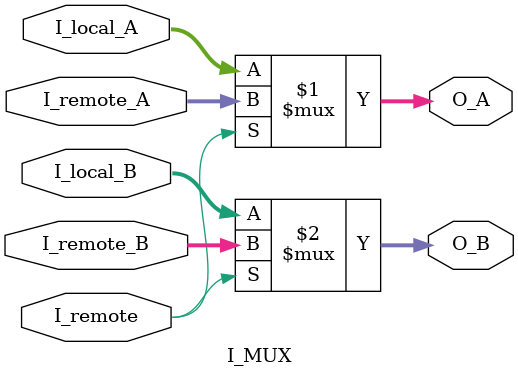
<source format=v>
module I_MUX(I_local_A, I_local_B, I_remote_A, I_remote_B, I_remote, O_A, O_B);
	input [2:0] I_local_A;
	input [2:0] I_local_B;
	input [2:0] I_remote_A;
	input [2:0] I_remote_B;
	input I_remote;
	output [2:0] O_A;
	output [2:0] O_B;
	
	assign O_A = (I_remote)?(I_remote_A):(I_local_A);
	assign O_B = (I_remote)?(I_remote_B):(I_local_B);
endmodule

</source>
